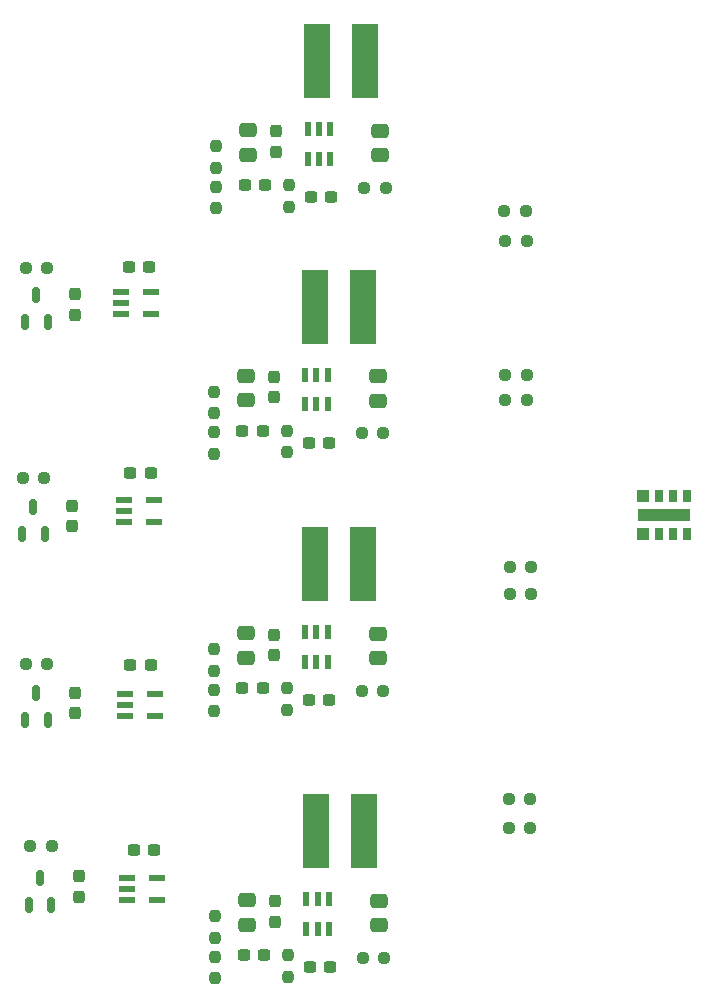
<source format=gbr>
%TF.GenerationSoftware,KiCad,Pcbnew,9.0.2*%
%TF.CreationDate,2025-07-22T21:11:49+02:00*%
%TF.ProjectId,rgbw_pmod,72676277-5f70-46d6-9f64-2e6b69636164,rev?*%
%TF.SameCoordinates,Original*%
%TF.FileFunction,Paste,Top*%
%TF.FilePolarity,Positive*%
%FSLAX46Y46*%
G04 Gerber Fmt 4.6, Leading zero omitted, Abs format (unit mm)*
G04 Created by KiCad (PCBNEW 9.0.2) date 2025-07-22 21:11:49*
%MOMM*%
%LPD*%
G01*
G04 APERTURE LIST*
G04 Aperture macros list*
%AMRoundRect*
0 Rectangle with rounded corners*
0 $1 Rounding radius*
0 $2 $3 $4 $5 $6 $7 $8 $9 X,Y pos of 4 corners*
0 Add a 4 corners polygon primitive as box body*
4,1,4,$2,$3,$4,$5,$6,$7,$8,$9,$2,$3,0*
0 Add four circle primitives for the rounded corners*
1,1,$1+$1,$2,$3*
1,1,$1+$1,$4,$5*
1,1,$1+$1,$6,$7*
1,1,$1+$1,$8,$9*
0 Add four rect primitives between the rounded corners*
20,1,$1+$1,$2,$3,$4,$5,0*
20,1,$1+$1,$4,$5,$6,$7,0*
20,1,$1+$1,$6,$7,$8,$9,0*
20,1,$1+$1,$8,$9,$2,$3,0*%
G04 Aperture macros list end*
%ADD10RoundRect,0.237500X-0.250000X-0.237500X0.250000X-0.237500X0.250000X0.237500X-0.250000X0.237500X0*%
%ADD11RoundRect,0.250000X-0.475000X0.337500X-0.475000X-0.337500X0.475000X-0.337500X0.475000X0.337500X0*%
%ADD12R,0.600000X1.250000*%
%ADD13RoundRect,0.237500X-0.300000X-0.237500X0.300000X-0.237500X0.300000X0.237500X-0.300000X0.237500X0*%
%ADD14RoundRect,0.237500X0.237500X-0.250000X0.237500X0.250000X-0.237500X0.250000X-0.237500X-0.250000X0*%
%ADD15RoundRect,0.237500X-0.237500X0.300000X-0.237500X-0.300000X0.237500X-0.300000X0.237500X0.300000X0*%
%ADD16R,2.209800X6.299200*%
%ADD17R,1.320800X0.558800*%
%ADD18RoundRect,0.237500X-0.237500X0.250000X-0.237500X-0.250000X0.237500X-0.250000X0.237500X0.250000X0*%
%ADD19RoundRect,0.237500X0.300000X0.237500X-0.300000X0.237500X-0.300000X-0.237500X0.300000X-0.237500X0*%
%ADD20RoundRect,0.150000X0.150000X-0.512500X0.150000X0.512500X-0.150000X0.512500X-0.150000X-0.512500X0*%
%ADD21RoundRect,0.237500X0.250000X0.237500X-0.250000X0.237500X-0.250000X-0.237500X0.250000X-0.237500X0*%
%ADD22R,0.670000X1.100000*%
%ADD23R,0.980000X1.100000*%
%ADD24R,4.480000X1.100000*%
G04 APERTURE END LIST*
D10*
%TO.C,R9*%
X124175000Y-85300000D03*
X126000000Y-85300000D03*
%TD*%
D11*
%TO.C,C20*%
X113000000Y-88662500D03*
X113000000Y-90737500D03*
%TD*%
D12*
%TO.C,IC1*%
X108950000Y-45950000D03*
X108000000Y-45950000D03*
X107050000Y-45950000D03*
X107050000Y-48450000D03*
X108000000Y-48450000D03*
X108950000Y-48450000D03*
%TD*%
D10*
%TO.C,R12*%
X123800000Y-66800000D03*
X125625000Y-66800000D03*
%TD*%
D13*
%TO.C,C18*%
X101537500Y-71500000D03*
X103262500Y-71500000D03*
%TD*%
%TO.C,C23*%
X101537500Y-93300000D03*
X103262500Y-93300000D03*
%TD*%
D10*
%TO.C,R5*%
X123787500Y-68900000D03*
X125612500Y-68900000D03*
%TD*%
D14*
%TO.C,R16*%
X99325000Y-49212500D03*
X99325000Y-47387500D03*
%TD*%
D10*
%TO.C,R4*%
X124087500Y-102700000D03*
X125912500Y-102700000D03*
%TD*%
D15*
%TO.C,C17*%
X104200000Y-66937500D03*
X104200000Y-68662500D03*
%TD*%
D10*
%TO.C,R6*%
X83182700Y-91209800D03*
X85007700Y-91209800D03*
%TD*%
D16*
%TO.C,L1*%
X107842600Y-40200000D03*
X111957400Y-40200000D03*
%TD*%
D11*
%TO.C,C26*%
X101900000Y-111225000D03*
X101900000Y-113300000D03*
%TD*%
D12*
%TO.C,IC2*%
X108750000Y-66750000D03*
X107800000Y-66750000D03*
X106850000Y-66750000D03*
X106850000Y-69250000D03*
X107800000Y-69250000D03*
X108750000Y-69250000D03*
%TD*%
D17*
%TO.C,U4*%
X91740200Y-109330600D03*
X91740200Y-110270400D03*
X91740200Y-111210200D03*
X94280200Y-111210200D03*
X94280200Y-109330600D03*
%TD*%
D15*
%TO.C,C6*%
X87365200Y-93670400D03*
X87365200Y-95395400D03*
%TD*%
%TO.C,C4*%
X87115200Y-77845400D03*
X87115200Y-79570400D03*
%TD*%
D18*
%TO.C,R25*%
X105400000Y-115887500D03*
X105400000Y-117712500D03*
%TD*%
D11*
%TO.C,C25*%
X113100000Y-111262500D03*
X113100000Y-113337500D03*
%TD*%
D14*
%TO.C,R23*%
X99100000Y-95237500D03*
X99100000Y-93412500D03*
%TD*%
D10*
%TO.C,R1*%
X83187500Y-57700000D03*
X85012500Y-57700000D03*
%TD*%
D15*
%TO.C,C8*%
X87680200Y-109210200D03*
X87680200Y-110935200D03*
%TD*%
D13*
%TO.C,C13*%
X101737500Y-50700000D03*
X103462500Y-50700000D03*
%TD*%
D19*
%TO.C,C19*%
X108862500Y-94300000D03*
X107137500Y-94300000D03*
%TD*%
D15*
%TO.C,C12*%
X104400000Y-46137500D03*
X104400000Y-47862500D03*
%TD*%
D11*
%TO.C,C15*%
X113000000Y-66862500D03*
X113000000Y-68937500D03*
%TD*%
D10*
%TO.C,R7*%
X83567700Y-106672700D03*
X85392700Y-106672700D03*
%TD*%
D16*
%TO.C,L4*%
X107742600Y-105400000D03*
X111857400Y-105400000D03*
%TD*%
D12*
%TO.C,IC3*%
X108750000Y-88550000D03*
X107800000Y-88550000D03*
X106850000Y-88550000D03*
X106850000Y-91050000D03*
X107800000Y-91050000D03*
X108750000Y-91050000D03*
%TD*%
D10*
%TO.C,R3*%
X124087500Y-105100000D03*
X125912500Y-105100000D03*
%TD*%
D19*
%TO.C,C9*%
X109062500Y-51700000D03*
X107337500Y-51700000D03*
%TD*%
D10*
%TO.C,R8*%
X124175000Y-83000000D03*
X126000000Y-83000000D03*
%TD*%
D18*
%TO.C,R21*%
X105300000Y-93287500D03*
X105300000Y-95112500D03*
%TD*%
D19*
%TO.C,C3*%
X93765200Y-75057900D03*
X92040200Y-75057900D03*
%TD*%
D20*
%TO.C,D2*%
X82890200Y-80195400D03*
X84790200Y-80195400D03*
X83840200Y-77920400D03*
%TD*%
D11*
%TO.C,C16*%
X101800000Y-66825000D03*
X101800000Y-68900000D03*
%TD*%
D14*
%TO.C,R28*%
X99225000Y-114412500D03*
X99225000Y-112587500D03*
%TD*%
D21*
%TO.C,R14*%
X113655100Y-50900000D03*
X111830100Y-50900000D03*
%TD*%
D18*
%TO.C,R13*%
X105500000Y-50687500D03*
X105500000Y-52512500D03*
%TD*%
D14*
%TO.C,R27*%
X99200000Y-117837500D03*
X99200000Y-116012500D03*
%TD*%
D20*
%TO.C,D3*%
X83145200Y-95984800D03*
X85045200Y-95984800D03*
X84095200Y-93709800D03*
%TD*%
D22*
%TO.C,LED1*%
X139140000Y-77000000D03*
X139140000Y-80200000D03*
X137970000Y-77000000D03*
X137970000Y-80200000D03*
X136800000Y-77000000D03*
X136800000Y-80200000D03*
D23*
X135475000Y-77000000D03*
X135475000Y-80200000D03*
D24*
X137232000Y-78600000D03*
%TD*%
D20*
%TO.C,D4*%
X83430200Y-111647700D03*
X85330200Y-111647700D03*
X84380200Y-109372700D03*
%TD*%
D19*
%TO.C,C1*%
X93632500Y-57660200D03*
X91907500Y-57660200D03*
%TD*%
D16*
%TO.C,L3*%
X107642600Y-82800000D03*
X111757400Y-82800000D03*
%TD*%
D14*
%TO.C,R19*%
X99100000Y-73437500D03*
X99100000Y-71612500D03*
%TD*%
D12*
%TO.C,IC4*%
X108850000Y-111150000D03*
X107900000Y-111150000D03*
X106950000Y-111150000D03*
X106950000Y-113650000D03*
X107900000Y-113650000D03*
X108850000Y-113650000D03*
%TD*%
D15*
%TO.C,C27*%
X104300000Y-111337500D03*
X104300000Y-113062500D03*
%TD*%
D17*
%TO.C,U1*%
X91300000Y-59720400D03*
X91300000Y-60660200D03*
X91300000Y-61600000D03*
X93840000Y-61600000D03*
X93840000Y-59720400D03*
%TD*%
D19*
%TO.C,C14*%
X108862500Y-72500000D03*
X107137500Y-72500000D03*
%TD*%
D21*
%TO.C,R18*%
X113455100Y-71700000D03*
X111630100Y-71700000D03*
%TD*%
D11*
%TO.C,C11*%
X102000000Y-46025000D03*
X102000000Y-48100000D03*
%TD*%
D19*
%TO.C,C5*%
X93757700Y-91309800D03*
X92032700Y-91309800D03*
%TD*%
D18*
%TO.C,R17*%
X105300000Y-71487500D03*
X105300000Y-73312500D03*
%TD*%
D15*
%TO.C,C2*%
X87400000Y-59937500D03*
X87400000Y-61662500D03*
%TD*%
D13*
%TO.C,C28*%
X101637500Y-115900000D03*
X103362500Y-115900000D03*
%TD*%
D15*
%TO.C,C22*%
X104200000Y-88737500D03*
X104200000Y-90462500D03*
%TD*%
D21*
%TO.C,R22*%
X113455100Y-93500000D03*
X111630100Y-93500000D03*
%TD*%
D17*
%TO.C,U3*%
X91605200Y-93760200D03*
X91605200Y-94700000D03*
X91605200Y-95639800D03*
X94145200Y-95639800D03*
X94145200Y-93760200D03*
%TD*%
D21*
%TO.C,R26*%
X113555100Y-116100000D03*
X111730100Y-116100000D03*
%TD*%
D10*
%TO.C,R11*%
X123775000Y-55400000D03*
X125600000Y-55400000D03*
%TD*%
D20*
%TO.C,D1*%
X83150000Y-62237500D03*
X85050000Y-62237500D03*
X84100000Y-59962500D03*
%TD*%
D14*
%TO.C,R20*%
X99125000Y-70012500D03*
X99125000Y-68187500D03*
%TD*%
D17*
%TO.C,U2*%
X91470200Y-77318100D03*
X91470200Y-78257900D03*
X91470200Y-79197700D03*
X94010200Y-79197700D03*
X94010200Y-77318100D03*
%TD*%
D16*
%TO.C,L2*%
X107642600Y-61000000D03*
X111757400Y-61000000D03*
%TD*%
D11*
%TO.C,C10*%
X113200000Y-46062500D03*
X113200000Y-48137500D03*
%TD*%
D19*
%TO.C,C7*%
X94042700Y-107010200D03*
X92317700Y-107010200D03*
%TD*%
D14*
%TO.C,R24*%
X99125000Y-91812500D03*
X99125000Y-89987500D03*
%TD*%
D11*
%TO.C,C21*%
X101800000Y-88625000D03*
X101800000Y-90700000D03*
%TD*%
D19*
%TO.C,C24*%
X108962500Y-116900000D03*
X107237500Y-116900000D03*
%TD*%
D14*
%TO.C,R15*%
X99300000Y-52637500D03*
X99300000Y-50812500D03*
%TD*%
D10*
%TO.C,R10*%
X123687500Y-52900000D03*
X125512500Y-52900000D03*
%TD*%
%TO.C,R2*%
X82927700Y-75457900D03*
X84752700Y-75457900D03*
%TD*%
M02*

</source>
